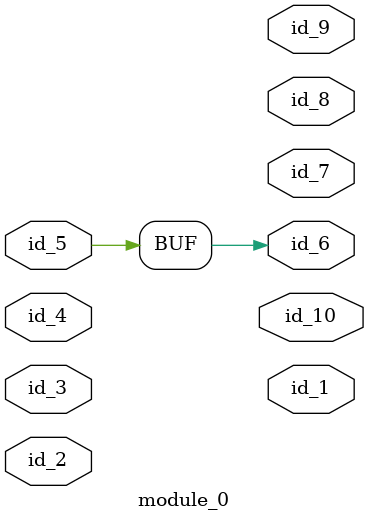
<source format=v>
module module_0 (
    id_1,
    id_2,
    id_3,
    id_4,
    id_5,
    id_6,
    id_7,
    id_8,
    id_9,
    id_10
);
  output id_10;
  output id_9;
  output id_8;
  output id_7;
  output id_6;
  input id_5;
  inout id_4;
  inout id_3;
  inout id_2;
  output id_1;
  assign id_6 = id_5;
endmodule

</source>
